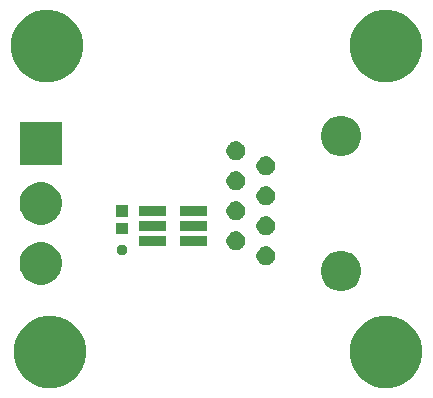
<source format=gts>
G04 #@! TF.GenerationSoftware,KiCad,Pcbnew,(5.1.6)-1*
G04 #@! TF.CreationDate,2023-04-30T23:27:37+02:00*
G04 #@! TF.ProjectId,connecting-connector-1-wire,636f6e6e-6563-4746-996e-672d636f6e6e,rev?*
G04 #@! TF.SameCoordinates,Original*
G04 #@! TF.FileFunction,Soldermask,Top*
G04 #@! TF.FilePolarity,Negative*
%FSLAX46Y46*%
G04 Gerber Fmt 4.6, Leading zero omitted, Abs format (unit mm)*
G04 Created by KiCad (PCBNEW (5.1.6)-1) date 2023-04-30 23:27:37*
%MOMM*%
%LPD*%
G01*
G04 APERTURE LIST*
%ADD10C,0.100000*%
G04 APERTURE END LIST*
D10*
G36*
X221869943Y-95364248D02*
G01*
X222425189Y-95594238D01*
X222425190Y-95594239D01*
X222924899Y-95928134D01*
X223349866Y-96353101D01*
X223349867Y-96353103D01*
X223683762Y-96852811D01*
X223913752Y-97408057D01*
X224031000Y-97997501D01*
X224031000Y-98598499D01*
X223913752Y-99187943D01*
X223683762Y-99743189D01*
X223683761Y-99743190D01*
X223349866Y-100242899D01*
X222924899Y-100667866D01*
X222673347Y-100835948D01*
X222425189Y-101001762D01*
X221869943Y-101231752D01*
X221280499Y-101349000D01*
X220679501Y-101349000D01*
X220090057Y-101231752D01*
X219534811Y-101001762D01*
X219286653Y-100835948D01*
X219035101Y-100667866D01*
X218610134Y-100242899D01*
X218276239Y-99743190D01*
X218276238Y-99743189D01*
X218046248Y-99187943D01*
X217929000Y-98598499D01*
X217929000Y-97997501D01*
X218046248Y-97408057D01*
X218276238Y-96852811D01*
X218610133Y-96353103D01*
X218610134Y-96353101D01*
X219035101Y-95928134D01*
X219534810Y-95594239D01*
X219534811Y-95594238D01*
X220090057Y-95364248D01*
X220679501Y-95247000D01*
X221280499Y-95247000D01*
X221869943Y-95364248D01*
G37*
G36*
X193421943Y-95364248D02*
G01*
X193977189Y-95594238D01*
X193977190Y-95594239D01*
X194476899Y-95928134D01*
X194901866Y-96353101D01*
X194901867Y-96353103D01*
X195235762Y-96852811D01*
X195465752Y-97408057D01*
X195583000Y-97997501D01*
X195583000Y-98598499D01*
X195465752Y-99187943D01*
X195235762Y-99743189D01*
X195235761Y-99743190D01*
X194901866Y-100242899D01*
X194476899Y-100667866D01*
X194225347Y-100835948D01*
X193977189Y-101001762D01*
X193421943Y-101231752D01*
X192832499Y-101349000D01*
X192231501Y-101349000D01*
X191642057Y-101231752D01*
X191086811Y-101001762D01*
X190838653Y-100835948D01*
X190587101Y-100667866D01*
X190162134Y-100242899D01*
X189828239Y-99743190D01*
X189828238Y-99743189D01*
X189598248Y-99187943D01*
X189481000Y-98598499D01*
X189481000Y-97997501D01*
X189598248Y-97408057D01*
X189828238Y-96852811D01*
X190162133Y-96353103D01*
X190162134Y-96353101D01*
X190587101Y-95928134D01*
X191086810Y-95594239D01*
X191086811Y-95594238D01*
X191642057Y-95364248D01*
X192231501Y-95247000D01*
X192832499Y-95247000D01*
X193421943Y-95364248D01*
G37*
G36*
X217666162Y-89805368D02*
G01*
X217975724Y-89933593D01*
X218003134Y-89951908D01*
X218254324Y-90119747D01*
X218491253Y-90356676D01*
X218521966Y-90402642D01*
X218677407Y-90635276D01*
X218805632Y-90944838D01*
X218871000Y-91273465D01*
X218871000Y-91608535D01*
X218805632Y-91937162D01*
X218677407Y-92246724D01*
X218677406Y-92246725D01*
X218491253Y-92525324D01*
X218254324Y-92762253D01*
X218068170Y-92886637D01*
X217975724Y-92948407D01*
X217666162Y-93076632D01*
X217337535Y-93142000D01*
X217002465Y-93142000D01*
X216673838Y-93076632D01*
X216364276Y-92948407D01*
X216271830Y-92886637D01*
X216085676Y-92762253D01*
X215848747Y-92525324D01*
X215662594Y-92246725D01*
X215662593Y-92246724D01*
X215534368Y-91937162D01*
X215469000Y-91608535D01*
X215469000Y-91273465D01*
X215534368Y-90944838D01*
X215662593Y-90635276D01*
X215818034Y-90402642D01*
X215848747Y-90356676D01*
X216085676Y-90119747D01*
X216336866Y-89951908D01*
X216364276Y-89933593D01*
X216673838Y-89805368D01*
X217002465Y-89740000D01*
X217337535Y-89740000D01*
X217666162Y-89805368D01*
G37*
G36*
X192295331Y-89073211D02*
G01*
X192623092Y-89208974D01*
X192918070Y-89406072D01*
X193168928Y-89656930D01*
X193366026Y-89951908D01*
X193501789Y-90279669D01*
X193571000Y-90627616D01*
X193571000Y-90982384D01*
X193501789Y-91330331D01*
X193366026Y-91658092D01*
X193168928Y-91953070D01*
X192918070Y-92203928D01*
X192623092Y-92401026D01*
X192295331Y-92536789D01*
X191947384Y-92606000D01*
X191592616Y-92606000D01*
X191244669Y-92536789D01*
X190916908Y-92401026D01*
X190621930Y-92203928D01*
X190371072Y-91953070D01*
X190173974Y-91658092D01*
X190038211Y-91330331D01*
X189969000Y-90982384D01*
X189969000Y-90627616D01*
X190038211Y-90279669D01*
X190173974Y-89951908D01*
X190371072Y-89656930D01*
X190621930Y-89406072D01*
X190916908Y-89208974D01*
X191244669Y-89073211D01*
X191592616Y-89004000D01*
X191947384Y-89004000D01*
X192295331Y-89073211D01*
G37*
G36*
X211053642Y-89398781D02*
G01*
X211173362Y-89448371D01*
X211199416Y-89459163D01*
X211330608Y-89546822D01*
X211442178Y-89658392D01*
X211496706Y-89740000D01*
X211529838Y-89789586D01*
X211590219Y-89935358D01*
X211621000Y-90090107D01*
X211621000Y-90247893D01*
X211590219Y-90402642D01*
X211529838Y-90548414D01*
X211529837Y-90548416D01*
X211442178Y-90679608D01*
X211330608Y-90791178D01*
X211199416Y-90878837D01*
X211199415Y-90878838D01*
X211199414Y-90878838D01*
X211053642Y-90939219D01*
X210898893Y-90970000D01*
X210741107Y-90970000D01*
X210586358Y-90939219D01*
X210440586Y-90878838D01*
X210440585Y-90878838D01*
X210440584Y-90878837D01*
X210309392Y-90791178D01*
X210197822Y-90679608D01*
X210110163Y-90548416D01*
X210110162Y-90548414D01*
X210049781Y-90402642D01*
X210019000Y-90247893D01*
X210019000Y-90090107D01*
X210049781Y-89935358D01*
X210110162Y-89789586D01*
X210143294Y-89740000D01*
X210197822Y-89658392D01*
X210309392Y-89546822D01*
X210440584Y-89459163D01*
X210466638Y-89448371D01*
X210586358Y-89398781D01*
X210741107Y-89368000D01*
X210898893Y-89368000D01*
X211053642Y-89398781D01*
G37*
G36*
X198759552Y-89228331D02*
G01*
X198841627Y-89262328D01*
X198841629Y-89262329D01*
X198878813Y-89287175D01*
X198915495Y-89311685D01*
X198978315Y-89374505D01*
X199027672Y-89448373D01*
X199061669Y-89530448D01*
X199079000Y-89617579D01*
X199079000Y-89706421D01*
X199061669Y-89793552D01*
X199027672Y-89875627D01*
X199027671Y-89875629D01*
X198978314Y-89949496D01*
X198915496Y-90012314D01*
X198841629Y-90061671D01*
X198841628Y-90061672D01*
X198841627Y-90061672D01*
X198759552Y-90095669D01*
X198672421Y-90113000D01*
X198583579Y-90113000D01*
X198496448Y-90095669D01*
X198414373Y-90061672D01*
X198414372Y-90061672D01*
X198414371Y-90061671D01*
X198340504Y-90012314D01*
X198277686Y-89949496D01*
X198228329Y-89875629D01*
X198228328Y-89875627D01*
X198194331Y-89793552D01*
X198177000Y-89706421D01*
X198177000Y-89617579D01*
X198194331Y-89530448D01*
X198228328Y-89448373D01*
X198277685Y-89374505D01*
X198340505Y-89311685D01*
X198377187Y-89287175D01*
X198414371Y-89262329D01*
X198414373Y-89262328D01*
X198496448Y-89228331D01*
X198583579Y-89211000D01*
X198672421Y-89211000D01*
X198759552Y-89228331D01*
G37*
G36*
X208513642Y-88128781D02*
G01*
X208659414Y-88189162D01*
X208659416Y-88189163D01*
X208790608Y-88276822D01*
X208902178Y-88388392D01*
X208989837Y-88519584D01*
X208989838Y-88519586D01*
X209050219Y-88665358D01*
X209081000Y-88820107D01*
X209081000Y-88977893D01*
X209050219Y-89132642D01*
X208989838Y-89278414D01*
X208989837Y-89278416D01*
X208902178Y-89409608D01*
X208790608Y-89521178D01*
X208659416Y-89608837D01*
X208659415Y-89608838D01*
X208659414Y-89608838D01*
X208513642Y-89669219D01*
X208358893Y-89700000D01*
X208201107Y-89700000D01*
X208046358Y-89669219D01*
X207900586Y-89608838D01*
X207900585Y-89608838D01*
X207900584Y-89608837D01*
X207769392Y-89521178D01*
X207657822Y-89409608D01*
X207570163Y-89278416D01*
X207570162Y-89278414D01*
X207509781Y-89132642D01*
X207479000Y-88977893D01*
X207479000Y-88820107D01*
X207509781Y-88665358D01*
X207570162Y-88519586D01*
X207570163Y-88519584D01*
X207657822Y-88388392D01*
X207769392Y-88276822D01*
X207900584Y-88189163D01*
X207900586Y-88189162D01*
X208046358Y-88128781D01*
X208201107Y-88098000D01*
X208358893Y-88098000D01*
X208513642Y-88128781D01*
G37*
G36*
X205824200Y-89351000D02*
G01*
X203522200Y-89351000D01*
X203522200Y-88449000D01*
X205824200Y-88449000D01*
X205824200Y-89351000D01*
G37*
G36*
X202369800Y-89351000D02*
G01*
X200067800Y-89351000D01*
X200067800Y-88449000D01*
X202369800Y-88449000D01*
X202369800Y-89351000D01*
G37*
G36*
X211053642Y-86858781D02*
G01*
X211199414Y-86919162D01*
X211199416Y-86919163D01*
X211330608Y-87006822D01*
X211442178Y-87118392D01*
X211529837Y-87249584D01*
X211529838Y-87249586D01*
X211590219Y-87395358D01*
X211621000Y-87550107D01*
X211621000Y-87707893D01*
X211590219Y-87862642D01*
X211529838Y-88008414D01*
X211529837Y-88008416D01*
X211442178Y-88139608D01*
X211330608Y-88251178D01*
X211199416Y-88338837D01*
X211199415Y-88338838D01*
X211199414Y-88338838D01*
X211053642Y-88399219D01*
X210898893Y-88430000D01*
X210741107Y-88430000D01*
X210586358Y-88399219D01*
X210440586Y-88338838D01*
X210440585Y-88338838D01*
X210440584Y-88338837D01*
X210309392Y-88251178D01*
X210197822Y-88139608D01*
X210110163Y-88008416D01*
X210110162Y-88008414D01*
X210049781Y-87862642D01*
X210019000Y-87707893D01*
X210019000Y-87550107D01*
X210049781Y-87395358D01*
X210110162Y-87249586D01*
X210110163Y-87249584D01*
X210197822Y-87118392D01*
X210309392Y-87006822D01*
X210440584Y-86919163D01*
X210440586Y-86919162D01*
X210586358Y-86858781D01*
X210741107Y-86828000D01*
X210898893Y-86828000D01*
X211053642Y-86858781D01*
G37*
G36*
X199129000Y-88348000D02*
G01*
X198127000Y-88348000D01*
X198127000Y-87346000D01*
X199129000Y-87346000D01*
X199129000Y-88348000D01*
G37*
G36*
X205824200Y-88081000D02*
G01*
X203522200Y-88081000D01*
X203522200Y-87179000D01*
X205824200Y-87179000D01*
X205824200Y-88081000D01*
G37*
G36*
X202369800Y-88081000D02*
G01*
X200067800Y-88081000D01*
X200067800Y-87179000D01*
X202369800Y-87179000D01*
X202369800Y-88081000D01*
G37*
G36*
X192295331Y-83993211D02*
G01*
X192623092Y-84128974D01*
X192918070Y-84326072D01*
X193168928Y-84576930D01*
X193366026Y-84871908D01*
X193501789Y-85199669D01*
X193571000Y-85547616D01*
X193571000Y-85902384D01*
X193501789Y-86250331D01*
X193366026Y-86578092D01*
X193168928Y-86873070D01*
X192918070Y-87123928D01*
X192623092Y-87321026D01*
X192295331Y-87456789D01*
X191947384Y-87526000D01*
X191592616Y-87526000D01*
X191244669Y-87456789D01*
X190916908Y-87321026D01*
X190621930Y-87123928D01*
X190371072Y-86873070D01*
X190173974Y-86578092D01*
X190038211Y-86250331D01*
X189969000Y-85902384D01*
X189969000Y-85547616D01*
X190038211Y-85199669D01*
X190173974Y-84871908D01*
X190371072Y-84576930D01*
X190621930Y-84326072D01*
X190916908Y-84128974D01*
X191244669Y-83993211D01*
X191592616Y-83924000D01*
X191947384Y-83924000D01*
X192295331Y-83993211D01*
G37*
G36*
X208513642Y-85588781D02*
G01*
X208659414Y-85649162D01*
X208659416Y-85649163D01*
X208790608Y-85736822D01*
X208902178Y-85848392D01*
X208989837Y-85979584D01*
X208989838Y-85979586D01*
X209050219Y-86125358D01*
X209081000Y-86280107D01*
X209081000Y-86437893D01*
X209050219Y-86592642D01*
X208989838Y-86738414D01*
X208989837Y-86738416D01*
X208902178Y-86869608D01*
X208790608Y-86981178D01*
X208659416Y-87068837D01*
X208659415Y-87068838D01*
X208659414Y-87068838D01*
X208513642Y-87129219D01*
X208358893Y-87160000D01*
X208201107Y-87160000D01*
X208046358Y-87129219D01*
X207900586Y-87068838D01*
X207900585Y-87068838D01*
X207900584Y-87068837D01*
X207769392Y-86981178D01*
X207657822Y-86869608D01*
X207570163Y-86738416D01*
X207570162Y-86738414D01*
X207509781Y-86592642D01*
X207479000Y-86437893D01*
X207479000Y-86280107D01*
X207509781Y-86125358D01*
X207570162Y-85979586D01*
X207570163Y-85979584D01*
X207657822Y-85848392D01*
X207769392Y-85736822D01*
X207900584Y-85649163D01*
X207900586Y-85649162D01*
X208046358Y-85588781D01*
X208201107Y-85558000D01*
X208358893Y-85558000D01*
X208513642Y-85588781D01*
G37*
G36*
X199129000Y-86898000D02*
G01*
X198127000Y-86898000D01*
X198127000Y-85896000D01*
X199129000Y-85896000D01*
X199129000Y-86898000D01*
G37*
G36*
X205824200Y-86811000D02*
G01*
X203522200Y-86811000D01*
X203522200Y-85909000D01*
X205824200Y-85909000D01*
X205824200Y-86811000D01*
G37*
G36*
X202369800Y-86811000D02*
G01*
X200067800Y-86811000D01*
X200067800Y-85909000D01*
X202369800Y-85909000D01*
X202369800Y-86811000D01*
G37*
G36*
X211053642Y-84318781D02*
G01*
X211199414Y-84379162D01*
X211199416Y-84379163D01*
X211330608Y-84466822D01*
X211442178Y-84578392D01*
X211449412Y-84589219D01*
X211529838Y-84709586D01*
X211590219Y-84855358D01*
X211621000Y-85010107D01*
X211621000Y-85167893D01*
X211590219Y-85322642D01*
X211529838Y-85468414D01*
X211529837Y-85468416D01*
X211442178Y-85599608D01*
X211330608Y-85711178D01*
X211199416Y-85798837D01*
X211199415Y-85798838D01*
X211199414Y-85798838D01*
X211053642Y-85859219D01*
X210898893Y-85890000D01*
X210741107Y-85890000D01*
X210586358Y-85859219D01*
X210440586Y-85798838D01*
X210440585Y-85798838D01*
X210440584Y-85798837D01*
X210309392Y-85711178D01*
X210197822Y-85599608D01*
X210110163Y-85468416D01*
X210110162Y-85468414D01*
X210049781Y-85322642D01*
X210019000Y-85167893D01*
X210019000Y-85010107D01*
X210049781Y-84855358D01*
X210110162Y-84709586D01*
X210190588Y-84589219D01*
X210197822Y-84578392D01*
X210309392Y-84466822D01*
X210440584Y-84379163D01*
X210440586Y-84379162D01*
X210586358Y-84318781D01*
X210741107Y-84288000D01*
X210898893Y-84288000D01*
X211053642Y-84318781D01*
G37*
G36*
X208513642Y-83048781D02*
G01*
X208659414Y-83109162D01*
X208659416Y-83109163D01*
X208790608Y-83196822D01*
X208902178Y-83308392D01*
X208909412Y-83319219D01*
X208989838Y-83439586D01*
X209050219Y-83585358D01*
X209081000Y-83740107D01*
X209081000Y-83897893D01*
X209050219Y-84052642D01*
X208989838Y-84198414D01*
X208989837Y-84198416D01*
X208902178Y-84329608D01*
X208790608Y-84441178D01*
X208659416Y-84528837D01*
X208659415Y-84528838D01*
X208659414Y-84528838D01*
X208513642Y-84589219D01*
X208358893Y-84620000D01*
X208201107Y-84620000D01*
X208046358Y-84589219D01*
X207900586Y-84528838D01*
X207900585Y-84528838D01*
X207900584Y-84528837D01*
X207769392Y-84441178D01*
X207657822Y-84329608D01*
X207570163Y-84198416D01*
X207570162Y-84198414D01*
X207509781Y-84052642D01*
X207479000Y-83897893D01*
X207479000Y-83740107D01*
X207509781Y-83585358D01*
X207570162Y-83439586D01*
X207650588Y-83319219D01*
X207657822Y-83308392D01*
X207769392Y-83196822D01*
X207900584Y-83109163D01*
X207900586Y-83109162D01*
X208046358Y-83048781D01*
X208201107Y-83018000D01*
X208358893Y-83018000D01*
X208513642Y-83048781D01*
G37*
G36*
X211053642Y-81778781D02*
G01*
X211199414Y-81839162D01*
X211199416Y-81839163D01*
X211330608Y-81926822D01*
X211442178Y-82038392D01*
X211449412Y-82049219D01*
X211529838Y-82169586D01*
X211590219Y-82315358D01*
X211621000Y-82470107D01*
X211621000Y-82627893D01*
X211590219Y-82782642D01*
X211529838Y-82928414D01*
X211529837Y-82928416D01*
X211442178Y-83059608D01*
X211330608Y-83171178D01*
X211199416Y-83258837D01*
X211199415Y-83258838D01*
X211199414Y-83258838D01*
X211053642Y-83319219D01*
X210898893Y-83350000D01*
X210741107Y-83350000D01*
X210586358Y-83319219D01*
X210440586Y-83258838D01*
X210440585Y-83258838D01*
X210440584Y-83258837D01*
X210309392Y-83171178D01*
X210197822Y-83059608D01*
X210110163Y-82928416D01*
X210110162Y-82928414D01*
X210049781Y-82782642D01*
X210019000Y-82627893D01*
X210019000Y-82470107D01*
X210049781Y-82315358D01*
X210110162Y-82169586D01*
X210190588Y-82049219D01*
X210197822Y-82038392D01*
X210309392Y-81926822D01*
X210440584Y-81839163D01*
X210440586Y-81839162D01*
X210586358Y-81778781D01*
X210741107Y-81748000D01*
X210898893Y-81748000D01*
X211053642Y-81778781D01*
G37*
G36*
X193571000Y-82446000D02*
G01*
X189969000Y-82446000D01*
X189969000Y-78844000D01*
X193571000Y-78844000D01*
X193571000Y-82446000D01*
G37*
G36*
X208513642Y-80508781D02*
G01*
X208659414Y-80569162D01*
X208659416Y-80569163D01*
X208790608Y-80656822D01*
X208902178Y-80768392D01*
X208933136Y-80814725D01*
X208989838Y-80899586D01*
X209050219Y-81045358D01*
X209081000Y-81200107D01*
X209081000Y-81357893D01*
X209050219Y-81512642D01*
X209048659Y-81516407D01*
X208989837Y-81658416D01*
X208902178Y-81789608D01*
X208790608Y-81901178D01*
X208659416Y-81988837D01*
X208659415Y-81988838D01*
X208659414Y-81988838D01*
X208513642Y-82049219D01*
X208358893Y-82080000D01*
X208201107Y-82080000D01*
X208046358Y-82049219D01*
X207900586Y-81988838D01*
X207900585Y-81988838D01*
X207900584Y-81988837D01*
X207769392Y-81901178D01*
X207657822Y-81789608D01*
X207570163Y-81658416D01*
X207511341Y-81516407D01*
X207509781Y-81512642D01*
X207479000Y-81357893D01*
X207479000Y-81200107D01*
X207509781Y-81045358D01*
X207570162Y-80899586D01*
X207626864Y-80814725D01*
X207657822Y-80768392D01*
X207769392Y-80656822D01*
X207900584Y-80569163D01*
X207900586Y-80569162D01*
X208046358Y-80508781D01*
X208201107Y-80478000D01*
X208358893Y-80478000D01*
X208513642Y-80508781D01*
G37*
G36*
X217666162Y-78373368D02*
G01*
X217975724Y-78501593D01*
X217975725Y-78501594D01*
X218254324Y-78687747D01*
X218491253Y-78924676D01*
X218615637Y-79110830D01*
X218677407Y-79203276D01*
X218805632Y-79512838D01*
X218871000Y-79841465D01*
X218871000Y-80176535D01*
X218805632Y-80505162D01*
X218677407Y-80814724D01*
X218677406Y-80814725D01*
X218491253Y-81093324D01*
X218254324Y-81330253D01*
X218068170Y-81454637D01*
X217975724Y-81516407D01*
X217666162Y-81644632D01*
X217337535Y-81710000D01*
X217002465Y-81710000D01*
X216673838Y-81644632D01*
X216364276Y-81516407D01*
X216271830Y-81454637D01*
X216085676Y-81330253D01*
X215848747Y-81093324D01*
X215662594Y-80814725D01*
X215662593Y-80814724D01*
X215534368Y-80505162D01*
X215469000Y-80176535D01*
X215469000Y-79841465D01*
X215534368Y-79512838D01*
X215662593Y-79203276D01*
X215724363Y-79110830D01*
X215848747Y-78924676D01*
X216085676Y-78687747D01*
X216364275Y-78501594D01*
X216364276Y-78501593D01*
X216673838Y-78373368D01*
X217002465Y-78308000D01*
X217337535Y-78308000D01*
X217666162Y-78373368D01*
G37*
G36*
X193167943Y-69456248D02*
G01*
X193723189Y-69686238D01*
X193723190Y-69686239D01*
X194222899Y-70020134D01*
X194647866Y-70445101D01*
X194647867Y-70445103D01*
X194981762Y-70944811D01*
X195211752Y-71500057D01*
X195329000Y-72089501D01*
X195329000Y-72690499D01*
X195211752Y-73279943D01*
X194981762Y-73835189D01*
X194981761Y-73835190D01*
X194647866Y-74334899D01*
X194222899Y-74759866D01*
X193971347Y-74927948D01*
X193723189Y-75093762D01*
X193167943Y-75323752D01*
X192578499Y-75441000D01*
X191977501Y-75441000D01*
X191388057Y-75323752D01*
X190832811Y-75093762D01*
X190584653Y-74927948D01*
X190333101Y-74759866D01*
X189908134Y-74334899D01*
X189574239Y-73835190D01*
X189574238Y-73835189D01*
X189344248Y-73279943D01*
X189227000Y-72690499D01*
X189227000Y-72089501D01*
X189344248Y-71500057D01*
X189574238Y-70944811D01*
X189908133Y-70445103D01*
X189908134Y-70445101D01*
X190333101Y-70020134D01*
X190832810Y-69686239D01*
X190832811Y-69686238D01*
X191388057Y-69456248D01*
X191977501Y-69339000D01*
X192578499Y-69339000D01*
X193167943Y-69456248D01*
G37*
G36*
X221869943Y-69456248D02*
G01*
X222425189Y-69686238D01*
X222425190Y-69686239D01*
X222924899Y-70020134D01*
X223349866Y-70445101D01*
X223349867Y-70445103D01*
X223683762Y-70944811D01*
X223913752Y-71500057D01*
X224031000Y-72089501D01*
X224031000Y-72690499D01*
X223913752Y-73279943D01*
X223683762Y-73835189D01*
X223683761Y-73835190D01*
X223349866Y-74334899D01*
X222924899Y-74759866D01*
X222673347Y-74927948D01*
X222425189Y-75093762D01*
X221869943Y-75323752D01*
X221280499Y-75441000D01*
X220679501Y-75441000D01*
X220090057Y-75323752D01*
X219534811Y-75093762D01*
X219286653Y-74927948D01*
X219035101Y-74759866D01*
X218610134Y-74334899D01*
X218276239Y-73835190D01*
X218276238Y-73835189D01*
X218046248Y-73279943D01*
X217929000Y-72690499D01*
X217929000Y-72089501D01*
X218046248Y-71500057D01*
X218276238Y-70944811D01*
X218610133Y-70445103D01*
X218610134Y-70445101D01*
X219035101Y-70020134D01*
X219534810Y-69686239D01*
X219534811Y-69686238D01*
X220090057Y-69456248D01*
X220679501Y-69339000D01*
X221280499Y-69339000D01*
X221869943Y-69456248D01*
G37*
M02*

</source>
